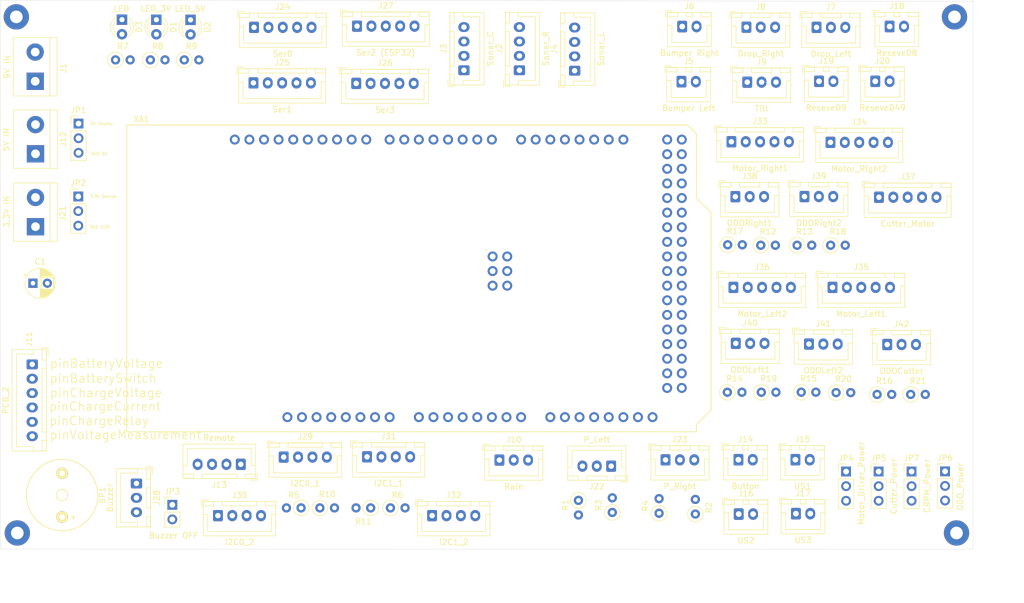
<source format=kicad_pcb>
(kicad_pcb (version 20171130) (host pcbnew "(5.1.9)-1")
  (layers (0 F.Cu signal) (31 B.Cu signal) (34 B.Paste user) (35 F.Paste user) (36 B.SilkS user) (37 F.SilkS user) (38 B.Mask user) (39 F.Mask user) (44 Edge.Cuts user))
  (net 0 "")
  (net 1 SCL1)
  (net 2 SDA1)
  (net 3 GND)
  (net 4 +9V)
  (net 5 pinMotorRightPWM)
  (net 6 pinMotorEnable)
  (net 7 pinMotorRightDir)
  (net 8 pinMotorLeftPWM)
  (net 9 pinMotorLeftDir)
  (net 10 pinMotorMowPWM)
  (net 11 pinMotorMowDir)
  (net 12 pinMotorMowEnable)
  (net 13 pinOdometryRight)
  (net 14 pinOdometryLeft)
  (net 15 pinDropLeft)
  (net 16 pinBumperLeft)
  (net 17 pinBumperRight)
  (net 18 pinDropRight)
  (net 19 pinBuzzer)
  (net 20 pinRemoteSwitch)
  (net 21 pinButton)
  (net 22 pinChargeRelay)
  (net 23 pinUserSwitch3)
  (net 24 pinUserSwitch2)
  (net 25 pinUserSwitch1)
  (net 26 pinRain)
  (net 27 pinSonarLeftEcho)
  (net 28 pinTilt)
  (net 29 pinSonarLeftTrigger)
  (net 30 pinSonarRightEcho)
  (net 31 pinSonarRightTrigger)
  (net 32 pinSonarCenterTrigger)
  (net 33 pinSonarCenterEcho)
  (net 34 pinChargeVoltage)
  (net 35 pinChargeCurrent)
  (net 36 pinVoltageMeasurement)
  (net 37 pinPerimeterLeft)
  (net 38 pinPerimeterRight)
  (net 39 pinBatteryVoltage)
  (net 40 pinRemoteSteer)
  (net 41 pinRemoteMow)
  (net 42 pinLED)
  (net 43 pinRemoteSpeed)
  (net 44 pinBatterySwitch)
  (net 45 SCL0)
  (net 46 SDA0)
  (net 47 "Net-(C1-Pad2)")
  (net 48 TX2)
  (net 49 RX2)
  (net 50 TX1)
  (net 51 RX1)
  (net 52 pinMotorMowRpm)
  (net 53 "Net-(D1-Pad2)")
  (net 54 "Net-(D2-Pad2)")
  (net 55 TX0)
  (net 56 RX0)
  (net 57 +3V3)
  (net 58 +5V)
  (net 59 DUE_3.3V)
  (net 60 DUE_5V)
  (net 61 pinOdometryRight2)
  (net 62 pinOdometryLeft2)
  (net 63 "Net-(D3-Pad2)")
  (net 64 "Net-(J21-Pad2)")
  (net 65 "Net-(JP3-Pad2)")
  (net 66 pinMotorRight2PWM)
  (net 67 pinMotorLeft2PWM)
  (net 68 "Net-(J38-Pad1)")
  (net 69 "Net-(J33-Pad4)")
  (net 70 "Net-(J38-Pad2)")
  (net 71 "Net-(J12-Pad2)")
  (net 72 ReservePinD8)
  (net 73 ReservePinD9)
  (net 74 ReservePinD49)
  (net 75 "Net-(J22-Pad3)")
  (net 76 "Net-(J23-Pad3)")
  (net 77 TX3)
  (net 78 pinMotorRight2Dir)
  (net 79 pinMotorLeft2Dir)
  (net 80 "Net-(J37-Pad4)")
  (net 81 "Net-(J39-Pad1)")
  (net 82 "Net-(J40-Pad1)")
  (net 83 "Net-(J41-Pad1)")
  (net 84 "Net-(J42-Pad2)")
  (net 85 "Net-(J42-Pad1)")
  (module Connector_JST:JST_XH_B4B-XH-A_1x04_P2.50mm_Vertical (layer F.Cu) (at 114.29 125.11)
    (fp_text reference J32 (at 3.75 -3.55) (layer F.SilkS))
    (fp_text value I2C1_2 (at 3.75 4.6) (layer F.SilkS))
    (pad 4 thru_hole oval (at 7.5 0) (size 1.7 1.95) (drill 0.95) (layers *.Cu *.Mask) (net 1 SCL1))
    (pad 3 thru_hole oval (at 5 0) (size 1.7 1.95) (drill 0.95) (layers *.Cu *.Mask) (net 2 SDA1))
    (pad 2 thru_hole oval (at 2.5 0) (size 1.7 1.95) (drill 0.95) (layers *.Cu *.Mask) (net 3 GND))
    (pad 1 thru_hole roundrect (at 0 0) (size 1.7 1.95) (drill 0.95) (layers *.Cu *.Mask) (roundrect_rratio 0.147059) (net 57 +3V3))
  )
  (module Connector_JST:JST_XH_B4B-XH-A_1x04_P2.50mm_Vertical (layer F.Cu) (at 102.97 114.89)
    (fp_text reference J31 (at 3.75 -3.55) (layer F.SilkS))
    (fp_text value I2C1_1 (at 3.75 4.6) (layer F.SilkS))
    (pad 4 thru_hole oval (at 7.5 0) (size 1.7 1.95) (drill 0.95) (layers *.Cu *.Mask) (net 1 SCL1))
    (pad 3 thru_hole oval (at 5 0) (size 1.7 1.95) (drill 0.95) (layers *.Cu *.Mask) (net 2 SDA1))
    (pad 2 thru_hole oval (at 2.5 0) (size 1.7 1.95) (drill 0.95) (layers *.Cu *.Mask) (net 3 GND))
    (pad 1 thru_hole roundrect (at 0 0) (size 1.7 1.95) (drill 0.95) (layers *.Cu *.Mask) (roundrect_rratio 0.147059) (net 57 +3V3))
  )
  (module Connector_JST:JST_XH_B4B-XH-A_1x04_P2.50mm_Vertical (layer F.Cu) (at 77.04 125.11)
    (fp_text reference J30 (at 3.75 -3.55) (layer F.SilkS))
    (fp_text value I2C0_2 (at 3.75 4.6) (layer F.SilkS))
    (pad 4 thru_hole oval (at 7.5 0) (size 1.7 1.95) (drill 0.95) (layers *.Cu *.Mask) (net 45 SCL0))
    (pad 3 thru_hole oval (at 5 0) (size 1.7 1.95) (drill 0.95) (layers *.Cu *.Mask) (net 46 SDA0))
    (pad 2 thru_hole oval (at 2.5 0) (size 1.7 1.95) (drill 0.95) (layers *.Cu *.Mask) (net 3 GND))
    (pad 1 thru_hole roundrect (at 0 0) (size 1.7 1.95) (drill 0.95) (layers *.Cu *.Mask) (roundrect_rratio 0.147059) (net 57 +3V3))
  )
  (module Connector_JST:JST_XH_B4B-XH-A_1x04_P2.50mm_Vertical (layer F.Cu) (at 88.48 114.93)
    (fp_text reference J29 (at 3.75 -3.55) (layer F.SilkS))
    (fp_text value I2C0_1 (at 3.75 4.6) (layer F.SilkS))
    (pad 4 thru_hole oval (at 7.5 0) (size 1.7 1.95) (drill 0.95) (layers *.Cu *.Mask) (net 45 SCL0))
    (pad 3 thru_hole oval (at 5 0) (size 1.7 1.95) (drill 0.95) (layers *.Cu *.Mask) (net 46 SDA0))
    (pad 2 thru_hole oval (at 2.5 0) (size 1.7 1.95) (drill 0.95) (layers *.Cu *.Mask) (net 3 GND))
    (pad 1 thru_hole roundrect (at 0 0) (size 1.7 1.95) (drill 0.95) (layers *.Cu *.Mask) (roundrect_rratio 0.147059) (net 57 +3V3))
  )
  (module Connector_JST:JST_XH_B3B-XH-A_1x03_P2.50mm_Vertical (layer F.Cu) (at 62.88 119.52 270)
    (fp_text reference J28 (at 2.5 -3.55 90) (layer F.SilkS))
    (fp_text value Buzzer (at 2.5 4.6 90) (layer F.SilkS))
    (pad 3 thru_hole oval (at 5 0 270) (size 1.7 1.95) (drill 0.95) (layers *.Cu *.Mask) (net 19 pinBuzzer))
    (pad 2 thru_hole oval (at 2.5 0 270) (size 1.7 1.95) (drill 0.95) (layers *.Cu *.Mask) (net 3 GND))
    (pad 1 thru_hole roundrect (at 0 0 270) (size 1.7 1.95) (drill 0.95) (layers *.Cu *.Mask) (roundrect_rratio 0.147059) (net 57 +3V3))
  )
  (module Connector_JST:JST_XH_B5B-XH-A_1x05_P2.50mm_Vertical (layer F.Cu) (at 101.23 40)
    (fp_text reference J27 (at 5 -3.55) (layer F.SilkS))
    (fp_text value "Ser2 (ESP32)" (at 5 4.6) (layer F.SilkS))
    (pad 5 thru_hole oval (at 10 0) (size 1.7 1.95) (drill 0.95) (layers *.Cu *.Mask) (net 58 +5V))
    (pad 4 thru_hole oval (at 7.5 0) (size 1.7 1.95) (drill 0.95) (layers *.Cu *.Mask) (net 48 TX2))
    (pad 3 thru_hole oval (at 5 0) (size 1.7 1.95) (drill 0.95) (layers *.Cu *.Mask) (net 49 RX2))
    (pad 2 thru_hole oval (at 2.5 0) (size 1.7 1.95) (drill 0.95) (layers *.Cu *.Mask) (net 3 GND))
    (pad 1 thru_hole roundrect (at 0 0) (size 1.7 1.95) (drill 0.95) (layers *.Cu *.Mask) (roundrect_rratio 0.147059) (net 57 +3V3))
  )
  (module Connector_JST:JST_XH_B5B-XH-A_1x05_P2.50mm_Vertical (layer F.Cu) (at 101.09 49.96)
    (fp_text reference J26 (at 5 -3.55) (layer F.SilkS))
    (fp_text value Ser3 (at 5 4.6) (layer F.SilkS))
    (pad 5 thru_hole oval (at 10 0) (size 1.7 1.95) (drill 0.95) (layers *.Cu *.Mask) (net 58 +5V))
    (pad 4 thru_hole oval (at 7.5 0) (size 1.7 1.95) (drill 0.95) (layers *.Cu *.Mask) (net 77 TX3))
    (pad 3 thru_hole oval (at 5 0) (size 1.7 1.95) (drill 0.95) (layers *.Cu *.Mask))
    (pad 2 thru_hole oval (at 2.5 0) (size 1.7 1.95) (drill 0.95) (layers *.Cu *.Mask) (net 3 GND))
    (pad 1 thru_hole roundrect (at 0 0) (size 1.7 1.95) (drill 0.95) (layers *.Cu *.Mask) (roundrect_rratio 0.147059) (net 57 +3V3))
  )
  (module Connector_JST:JST_XH_B5B-XH-A_1x05_P2.50mm_Vertical (layer F.Cu) (at 83.21 49.87)
    (fp_text reference J25 (at 5 -3.55) (layer F.SilkS))
    (fp_text value Ser1 (at 5 4.6) (layer F.SilkS))
    (pad 5 thru_hole oval (at 10 0) (size 1.7 1.95) (drill 0.95) (layers *.Cu *.Mask) (net 58 +5V))
    (pad 4 thru_hole oval (at 7.5 0) (size 1.7 1.95) (drill 0.95) (layers *.Cu *.Mask) (net 50 TX1))
    (pad 3 thru_hole oval (at 5 0) (size 1.7 1.95) (drill 0.95) (layers *.Cu *.Mask) (net 51 RX1))
    (pad 2 thru_hole oval (at 2.5 0) (size 1.7 1.95) (drill 0.95) (layers *.Cu *.Mask) (net 3 GND))
    (pad 1 thru_hole roundrect (at 0 0) (size 1.7 1.95) (drill 0.95) (layers *.Cu *.Mask) (roundrect_rratio 0.147059) (net 57 +3V3))
  )
  (module Connector_JST:JST_XH_B5B-XH-A_1x05_P2.50mm_Vertical (layer F.Cu) (at 83.32 40.21)
    (fp_text reference J24 (at 5 -3.55) (layer F.SilkS))
    (fp_text value Ser0 (at 5 4.6) (layer F.SilkS))
    (pad 5 thru_hole oval (at 10 0) (size 1.7 1.95) (drill 0.95) (layers *.Cu *.Mask) (net 58 +5V))
    (pad 4 thru_hole oval (at 7.5 0) (size 1.7 1.95) (drill 0.95) (layers *.Cu *.Mask) (net 55 TX0))
    (pad 3 thru_hole oval (at 5 0) (size 1.7 1.95) (drill 0.95) (layers *.Cu *.Mask) (net 56 RX0))
    (pad 2 thru_hole oval (at 2.5 0) (size 1.7 1.95) (drill 0.95) (layers *.Cu *.Mask) (net 3 GND))
    (pad 1 thru_hole roundrect (at 0 0) (size 1.7 1.95) (drill 0.95) (layers *.Cu *.Mask) (roundrect_rratio 0.147059) (net 57 +3V3))
  )
  (module Connector_JST:JST_XH_B3B-XH-A_1x03_P2.50mm_Vertical (layer F.Cu) (at 154.87 115.42)
    (fp_text reference J23 (at 2.5 -3.55) (layer F.SilkS))
    (fp_text value P_Right (at 2.5 4.6) (layer F.SilkS))
    (pad 3 thru_hole oval (at 5 0) (size 1.7 1.95) (drill 0.95) (layers *.Cu *.Mask) (net 76 "Net-(J23-Pad3)"))
    (pad 2 thru_hole oval (at 2.5 0) (size 1.7 1.95) (drill 0.95) (layers *.Cu *.Mask) (net 3 GND))
    (pad 1 thru_hole roundrect (at 0 0) (size 1.7 1.95) (drill 0.95) (layers *.Cu *.Mask) (roundrect_rratio 0.147059) (net 58 +5V))
  )
  (module Connector_JST:JST_XH_B3B-XH-A_1x03_P2.50mm_Vertical (layer F.Cu) (at 145.42 116.51 180)
    (fp_text reference J22 (at 2.5 -3.55) (layer F.SilkS))
    (fp_text value P_Left (at 2.5 4.6) (layer F.SilkS))
    (pad 3 thru_hole oval (at 5 0 180) (size 1.7 1.95) (drill 0.95) (layers *.Cu *.Mask) (net 75 "Net-(J22-Pad3)"))
    (pad 2 thru_hole oval (at 2.5 0 180) (size 1.7 1.95) (drill 0.95) (layers *.Cu *.Mask) (net 3 GND))
    (pad 1 thru_hole roundrect (at 0 0 180) (size 1.7 1.95) (drill 0.95) (layers *.Cu *.Mask) (roundrect_rratio 0.147059) (net 58 +5V))
  )
  (module Connector_JST:JST_XH_B2B-XH-A_1x02_P2.50mm_Vertical (layer F.Cu) (at 191.34 49.59)
    (fp_text reference J20 (at 1.25 -3.55) (layer F.SilkS))
    (fp_text value ReseveD49 (at 1.25 4.6) (layer F.SilkS))
    (pad 2 thru_hole oval (at 2.5 0) (size 1.7 2) (drill 1) (layers *.Cu *.Mask) (net 74 ReservePinD49))
    (pad 1 thru_hole roundrect (at 0 0) (size 1.7 2) (drill 1) (layers *.Cu *.Mask) (roundrect_rratio 0.147059) (net 3 GND))
  )
  (module Connector_JST:JST_XH_B2B-XH-A_1x02_P2.50mm_Vertical (layer F.Cu) (at 181.56 49.59)
    (fp_text reference J19 (at 1.25 -3.55) (layer F.SilkS))
    (fp_text value ReseveD9 (at 1.25 4.6) (layer F.SilkS))
    (pad 2 thru_hole oval (at 2.5 0) (size 1.7 2) (drill 1) (layers *.Cu *.Mask) (net 73 ReservePinD9))
    (pad 1 thru_hole roundrect (at 0 0) (size 1.7 2) (drill 1) (layers *.Cu *.Mask) (roundrect_rratio 0.147059) (net 3 GND))
  )
  (module Connector_JST:JST_XH_B2B-XH-A_1x02_P2.50mm_Vertical (layer F.Cu) (at 193.84 40.06)
    (fp_text reference J18 (at 1.25 -3.55) (layer F.SilkS))
    (fp_text value ReseveD8 (at 1.25 4.6) (layer F.SilkS))
    (pad 2 thru_hole oval (at 2.5 0) (size 1.7 2) (drill 1) (layers *.Cu *.Mask) (net 72 ReservePinD8))
    (pad 1 thru_hole roundrect (at 0 0) (size 1.7 2) (drill 1) (layers *.Cu *.Mask) (roundrect_rratio 0.147059) (net 3 GND))
  )
  (module Connector_JST:JST_XH_B2B-XH-A_1x02_P2.50mm_Vertical (layer F.Cu) (at 177.54 124.77)
    (fp_text reference J17 (at 1.25 -3.55) (layer F.SilkS))
    (fp_text value US3 (at 1.25 4.6) (layer F.SilkS))
    (pad 2 thru_hole oval (at 2.5 0) (size 1.7 2) (drill 1) (layers *.Cu *.Mask) (net 23 pinUserSwitch3))
    (pad 1 thru_hole roundrect (at 0 0) (size 1.7 2) (drill 1) (layers *.Cu *.Mask) (roundrect_rratio 0.147059) (net 3 GND))
  )
  (module Connector_JST:JST_XH_B2B-XH-A_1x02_P2.50mm_Vertical (layer F.Cu) (at 167.6 124.84)
    (fp_text reference J16 (at 1.25 -3.55) (layer F.SilkS))
    (fp_text value US2 (at 1.25 4.6) (layer F.SilkS))
    (pad 2 thru_hole oval (at 2.5 0) (size 1.7 2) (drill 1) (layers *.Cu *.Mask) (net 24 pinUserSwitch2))
    (pad 1 thru_hole roundrect (at 0 0) (size 1.7 2) (drill 1) (layers *.Cu *.Mask) (roundrect_rratio 0.147059) (net 3 GND))
  )
  (module Connector_JST:JST_XH_B2B-XH-A_1x02_P2.50mm_Vertical (layer F.Cu) (at 177.45 115.39)
    (fp_text reference J15 (at 1.25 -3.55) (layer F.SilkS))
    (fp_text value US1 (at 1.25 4.6) (layer F.SilkS))
    (pad 2 thru_hole oval (at 2.5 0) (size 1.7 2) (drill 1) (layers *.Cu *.Mask) (net 25 pinUserSwitch1))
    (pad 1 thru_hole roundrect (at 0 0) (size 1.7 2) (drill 1) (layers *.Cu *.Mask) (roundrect_rratio 0.147059) (net 3 GND))
  )
  (module Connector_JST:JST_XH_B2B-XH-A_1x02_P2.50mm_Vertical (layer F.Cu) (at 167.54 115.39)
    (fp_text reference J14 (at 1.25 -3.55) (layer F.SilkS))
    (fp_text value Button (at 1.25 4.6) (layer F.SilkS))
    (pad 2 thru_hole oval (at 2.5 0) (size 1.7 2) (drill 1) (layers *.Cu *.Mask) (net 21 pinButton))
    (pad 1 thru_hole roundrect (at 0 0) (size 1.7 2) (drill 1) (layers *.Cu *.Mask) (roundrect_rratio 0.147059) (net 3 GND))
  )
  (module Connector_JST:JST_XH_B4B-XH-A_1x04_P2.50mm_Vertical (layer F.Cu) (at 81.02 116.19 180)
    (fp_text reference J13 (at 3.75 -3.55) (layer F.SilkS))
    (fp_text value Remote (at 3.75 4.6) (layer F.SilkS))
    (pad 4 thru_hole oval (at 7.5 0 180) (size 1.7 1.95) (drill 0.95) (layers *.Cu *.Mask) (net 20 pinRemoteSwitch))
    (pad 3 thru_hole oval (at 5 0 180) (size 1.7 1.95) (drill 0.95) (layers *.Cu *.Mask) (net 41 pinRemoteMow))
    (pad 2 thru_hole oval (at 2.5 0 180) (size 1.7 1.95) (drill 0.95) (layers *.Cu *.Mask) (net 40 pinRemoteSteer))
    (pad 1 thru_hole roundrect (at 0 0 180) (size 1.7 1.95) (drill 0.95) (layers *.Cu *.Mask) (roundrect_rratio 0.147059) (net 43 pinRemoteSpeed))
  )
  (module Connector_JST:JST_XH_B6B-XH-A_1x06_P2.50mm_Vertical (layer F.Cu) (at 44.75 98.81 270)
    (fp_text reference J11 (at -4.38 0.56 90) (layer F.SilkS))
    (fp_text value PCB_2 (at 6.25 4.62 90) (layer F.SilkS))
    (pad 6 thru_hole oval (at 12.5 0 270) (size 1.7 1.95) (drill 0.95) (layers *.Cu *.Mask) (net 36 pinVoltageMeasurement))
    (pad 5 thru_hole oval (at 10 0 270) (size 1.7 1.95) (drill 0.95) (layers *.Cu *.Mask) (net 22 pinChargeRelay))
    (pad 4 thru_hole oval (at 7.5 0 270) (size 1.7 1.95) (drill 0.95) (layers *.Cu *.Mask) (net 35 pinChargeCurrent))
    (pad 3 thru_hole oval (at 5 0 270) (size 1.7 1.95) (drill 0.95) (layers *.Cu *.Mask) (net 34 pinChargeVoltage))
    (pad 2 thru_hole oval (at 2.5 0 270) (size 1.7 1.95) (drill 0.95) (layers *.Cu *.Mask) (net 44 pinBatterySwitch))
    (pad 1 thru_hole roundrect (at 0 0 270) (size 1.7 1.95) (drill 0.95) (layers *.Cu *.Mask) (roundrect_rratio 0.147059) (net 39 pinBatteryVoltage))
  )
  (module Connector_JST:JST_XH_B3B-XH-A_1x03_P2.50mm_Vertical (layer F.Cu) (at 125.98 115.45)
    (fp_text reference J10 (at 2.5 -3.55) (layer F.SilkS))
    (fp_text value Rain (at 2.5 4.6) (layer F.SilkS))
    (pad 3 thru_hole oval (at 5 0) (size 1.7 1.95) (drill 0.95) (layers *.Cu *.Mask) (net 26 pinRain))
    (pad 2 thru_hole oval (at 2.5 0) (size 1.7 1.95) (drill 0.95) (layers *.Cu *.Mask) (net 3 GND))
    (pad 1 thru_hole roundrect (at 0 0) (size 1.7 1.95) (drill 0.95) (layers *.Cu *.Mask) (roundrect_rratio 0.147059) (net 57 +3V3))
  )
  (module Connector_JST:JST_XH_B3B-XH-A_1x03_P2.50mm_Vertical (layer F.Cu) (at 169.08 49.74)
    (fp_text reference J9 (at 2.5 -3.55) (layer F.SilkS))
    (fp_text value Tilt (at 2.5 4.6) (layer F.SilkS))
    (pad 3 thru_hole oval (at 5 0) (size 1.7 1.95) (drill 0.95) (layers *.Cu *.Mask) (net 28 pinTilt))
    (pad 2 thru_hole oval (at 2.5 0) (size 1.7 1.95) (drill 0.95) (layers *.Cu *.Mask) (net 3 GND))
    (pad 1 thru_hole roundrect (at 0 0) (size 1.7 1.95) (drill 0.95) (layers *.Cu *.Mask) (roundrect_rratio 0.147059) (net 57 +3V3))
  )
  (module Connector_JST:JST_XH_B3B-XH-A_1x03_P2.50mm_Vertical (layer F.Cu) (at 168.93 40.18)
    (fp_text reference J8 (at 2.5 -3.55) (layer F.SilkS))
    (fp_text value Drop_Right (at 2.5 4.6) (layer F.SilkS))
    (pad 3 thru_hole oval (at 5 0) (size 1.7 1.95) (drill 0.95) (layers *.Cu *.Mask) (net 18 pinDropRight))
    (pad 2 thru_hole oval (at 2.5 0) (size 1.7 1.95) (drill 0.95) (layers *.Cu *.Mask) (net 3 GND))
    (pad 1 thru_hole roundrect (at 0 0) (size 1.7 1.95) (drill 0.95) (layers *.Cu *.Mask) (roundrect_rratio 0.147059) (net 57 +3V3))
  )
  (module Connector_JST:JST_XH_B3B-XH-A_1x03_P2.50mm_Vertical (layer F.Cu) (at 181.13 40.21)
    (fp_text reference J7 (at 2.5 -3.55) (layer F.SilkS))
    (fp_text value Drop_Left (at 2.5 4.6) (layer F.SilkS))
    (pad 3 thru_hole oval (at 5 0) (size 1.7 1.95) (drill 0.95) (layers *.Cu *.Mask) (net 15 pinDropLeft))
    (pad 2 thru_hole oval (at 2.5 0) (size 1.7 1.95) (drill 0.95) (layers *.Cu *.Mask) (net 3 GND))
    (pad 1 thru_hole roundrect (at 0 0) (size 1.7 1.95) (drill 0.95) (layers *.Cu *.Mask) (roundrect_rratio 0.147059) (net 57 +3V3))
  )
  (module Connector_JST:JST_XH_B2B-XH-A_1x02_P2.50mm_Vertical (layer F.Cu) (at 157.77 40.07)
    (fp_text reference J6 (at 1.25 -3.55) (layer F.SilkS))
    (fp_text value "Bumper Right" (at 1.25 4.6) (layer F.SilkS))
    (pad 2 thru_hole oval (at 2.5 0) (size 1.7 2) (drill 1) (layers *.Cu *.Mask) (net 17 pinBumperRight))
    (pad 1 thru_hole roundrect (at 0 0) (size 1.7 2) (drill 1) (layers *.Cu *.Mask) (roundrect_rratio 0.147059) (net 3 GND))
  )
  (module Connector_JST:JST_XH_B2B-XH-A_1x02_P2.50mm_Vertical (layer F.Cu) (at 157.64 49.65)
    (fp_text reference J5 (at 1.25 -3.55) (layer F.SilkS))
    (fp_text value "Bumper Left" (at 1.25 4.6) (layer F.SilkS))
    (pad 2 thru_hole oval (at 2.5 0) (size 1.7 2) (drill 1) (layers *.Cu *.Mask) (net 16 pinBumperLeft))
    (pad 1 thru_hole roundrect (at 0 0) (size 1.7 2) (drill 1) (layers *.Cu *.Mask) (roundrect_rratio 0.147059) (net 3 GND))
  )
  (module Connector_JST:JST_XH_B4B-XH-A_1x04_P2.50mm_Vertical (layer F.Cu) (at 139.07 47.75 90)
    (fp_text reference J4 (at 3.75 -3.55 90) (layer F.SilkS))
    (fp_text value Sonar_L (at 3.75 4.6 90) (layer F.SilkS))
    (pad 4 thru_hole oval (at 7.5 0 90) (size 1.7 1.95) (drill 0.95) (layers *.Cu *.Mask) (net 29 pinSonarLeftTrigger))
    (pad 3 thru_hole oval (at 5 0 90) (size 1.7 1.95) (drill 0.95) (layers *.Cu *.Mask) (net 27 pinSonarLeftEcho))
    (pad 2 thru_hole oval (at 2.5 0 90) (size 1.7 1.95) (drill 0.95) (layers *.Cu *.Mask) (net 3 GND))
    (pad 1 thru_hole roundrect (at 0 0 90) (size 1.7 1.95) (drill 0.95) (layers *.Cu *.Mask) (roundrect_rratio 0.147059) (net 57 +3V3))
  )
  (module Connector_JST:JST_XH_B4B-XH-A_1x04_P2.50mm_Vertical (layer F.Cu) (at 119.82 47.67 90)
    (fp_text reference J3 (at 3.75 -3.55 90) (layer F.SilkS))
    (fp_text value Sonar_C (at 3.75 4.6 90) (layer F.SilkS))
    (pad 4 thru_hole oval (at 7.5 0 90) (size 1.7 1.95) (drill 0.95) (layers *.Cu *.Mask) (net 32 pinSonarCenterTrigger))
    (pad 3 thru_hole oval (at 5 0 90) (size 1.7 1.95) (drill 0.95) (layers *.Cu *.Mask) (net 33 pinSonarCenterEcho))
    (pad 2 thru_hole oval (at 2.5 0 90) (size 1.7 1.95) (drill 0.95) (layers *.Cu *.Mask) (net 3 GND))
    (pad 1 thru_hole roundrect (at 0 0 90) (size 1.7 1.95) (drill 0.95) (layers *.Cu *.Mask) (roundrect_rratio 0.147059) (net 57 +3V3))
  )
  (module Connector_JST:JST_XH_B4B-XH-A_1x04_P2.50mm_Vertical (layer F.Cu) (at 129.47 47.67 90)
    (fp_text reference J2 (at 3.75 -3.55 90) (layer F.SilkS))
    (fp_text value Sonar_R (at 3.75 4.6 90) (layer F.SilkS))
    (pad 4 thru_hole oval (at 7.5 0 90) (size 1.7 1.95) (drill 0.95) (layers *.Cu *.Mask) (net 31 pinSonarRightTrigger))
    (pad 3 thru_hole oval (at 5 0 90) (size 1.7 1.95) (drill 0.95) (layers *.Cu *.Mask) (net 30 pinSonarRightEcho))
    (pad 2 thru_hole oval (at 2.5 0 90) (size 1.7 1.95) (drill 0.95) (layers *.Cu *.Mask) (net 3 GND))
    (pad 1 thru_hole roundrect (at 0 0 90) (size 1.7 1.95) (drill 0.95) (layers *.Cu *.Mask) (roundrect_rratio 0.147059) (net 57 +3V3))
  )
  (module Connector_JST:JST_XH_B3B-XH-A_1x03_P2.50mm_Vertical (layer F.Cu) (at 193.42 95.36)
    (fp_text reference J42 (at 2.5 -3.55) (layer F.SilkS))
    (fp_text value ODOCutter (at 2.5 4.6) (layer F.SilkS))
    (pad 3 thru_hole oval (at 5 0) (size 1.7 1.95) (drill 0.95) (layers *.Cu *.Mask) (net 3 GND))
    (pad 2 thru_hole oval (at 2.5 0) (size 1.7 1.95) (drill 0.95) (layers *.Cu *.Mask) (net 84 "Net-(J42-Pad2)"))
    (pad 1 thru_hole roundrect (at 0 0) (size 1.7 1.95) (drill 0.95) (layers *.Cu *.Mask) (roundrect_rratio 0.147059) (net 85 "Net-(J42-Pad1)"))
  )
  (module Connector_JST:JST_XH_B3B-XH-A_1x03_P2.50mm_Vertical (layer F.Cu) (at 179.81 95.28)
    (fp_text reference J41 (at 2.5 -3.55) (layer F.SilkS))
    (fp_text value ODOLeft2 (at 2.5 4.6) (layer F.SilkS))
    (pad 3 thru_hole oval (at 5 0) (size 1.7 1.95) (drill 0.95) (layers *.Cu *.Mask) (net 3 GND))
    (pad 2 thru_hole oval (at 2.5 0) (size 1.7 1.95) (drill 0.95) (layers *.Cu *.Mask) (net 70 "Net-(J38-Pad2)"))
    (pad 1 thru_hole roundrect (at 0 0) (size 1.7 1.95) (drill 0.95) (layers *.Cu *.Mask) (roundrect_rratio 0.147059) (net 83 "Net-(J41-Pad1)"))
  )
  (module Connector_JST:JST_XH_B3B-XH-A_1x03_P2.50mm_Vertical (layer F.Cu) (at 167.09 95.16)
    (fp_text reference J40 (at 2.5 -3.55) (layer F.SilkS))
    (fp_text value ODOLeft1 (at 2.5 4.6) (layer F.SilkS))
    (pad 3 thru_hole oval (at 5 0) (size 1.7 1.95) (drill 0.95) (layers *.Cu *.Mask) (net 3 GND))
    (pad 2 thru_hole oval (at 2.5 0) (size 1.7 1.95) (drill 0.95) (layers *.Cu *.Mask) (net 70 "Net-(J38-Pad2)"))
    (pad 1 thru_hole roundrect (at 0 0) (size 1.7 1.95) (drill 0.95) (layers *.Cu *.Mask) (roundrect_rratio 0.147059) (net 82 "Net-(J40-Pad1)"))
  )
  (module Connector_JST:JST_XH_B3B-XH-A_1x03_P2.50mm_Vertical (layer F.Cu) (at 179.03 69.63)
    (fp_text reference J39 (at 2.5 -3.55) (layer F.SilkS))
    (fp_text value ODORight2 (at 2.5 4.6) (layer F.SilkS))
    (pad 3 thru_hole oval (at 5 0) (size 1.7 1.95) (drill 0.95) (layers *.Cu *.Mask) (net 3 GND))
    (pad 2 thru_hole oval (at 2.5 0) (size 1.7 1.95) (drill 0.95) (layers *.Cu *.Mask) (net 70 "Net-(J38-Pad2)"))
    (pad 1 thru_hole roundrect (at 0 0) (size 1.7 1.95) (drill 0.95) (layers *.Cu *.Mask) (roundrect_rratio 0.147059) (net 81 "Net-(J39-Pad1)"))
  )
  (module Connector_JST:JST_XH_B5B-XH-A_1x05_P2.50mm_Vertical (layer F.Cu) (at 191.98 69.75)
    (fp_text reference J37 (at 5 -3.55) (layer F.SilkS))
    (fp_text value Cutter_Motor (at 5 4.6) (layer F.SilkS))
    (pad 5 thru_hole oval (at 10 0) (size 1.7 1.95) (drill 0.95) (layers *.Cu *.Mask) (net 3 GND))
    (pad 4 thru_hole oval (at 7.5 0) (size 1.7 1.95) (drill 0.95) (layers *.Cu *.Mask) (net 80 "Net-(J37-Pad4)"))
    (pad 3 thru_hole oval (at 5 0) (size 1.7 1.95) (drill 0.95) (layers *.Cu *.Mask) (net 12 pinMotorMowEnable))
    (pad 2 thru_hole oval (at 2.5 0) (size 1.7 1.95) (drill 0.95) (layers *.Cu *.Mask) (net 11 pinMotorMowDir))
    (pad 1 thru_hole roundrect (at 0 0) (size 1.7 1.95) (drill 0.95) (layers *.Cu *.Mask) (roundrect_rratio 0.147059) (net 10 pinMotorMowPWM))
  )
  (module Connector_JST:JST_XH_B5B-XH-A_1x05_P2.50mm_Vertical (layer F.Cu) (at 166.67 85.43)
    (fp_text reference J36 (at 5 -3.55) (layer F.SilkS))
    (fp_text value Motor_Left2 (at 5 4.6) (layer F.SilkS))
    (pad 5 thru_hole oval (at 10 0) (size 1.7 1.95) (drill 0.95) (layers *.Cu *.Mask) (net 3 GND))
    (pad 4 thru_hole oval (at 7.5 0) (size 1.7 1.95) (drill 0.95) (layers *.Cu *.Mask) (net 69 "Net-(J33-Pad4)"))
    (pad 3 thru_hole oval (at 5 0) (size 1.7 1.95) (drill 0.95) (layers *.Cu *.Mask) (net 6 pinMotorEnable))
    (pad 2 thru_hole oval (at 2.5 0) (size 1.7 1.95) (drill 0.95) (layers *.Cu *.Mask) (net 79 pinMotorLeft2Dir))
    (pad 1 thru_hole roundrect (at 0 0) (size 1.7 1.95) (drill 0.95) (layers *.Cu *.Mask) (roundrect_rratio 0.147059) (net 67 pinMotorLeft2PWM))
  )
  (module Connector_JST:JST_XH_B5B-XH-A_1x05_P2.50mm_Vertical (layer F.Cu) (at 183.91 85.43)
    (fp_text reference J35 (at 5 -3.55) (layer F.SilkS))
    (fp_text value Motor_Left1 (at 5 4.6) (layer F.SilkS))
    (pad 5 thru_hole oval (at 10 0) (size 1.7 1.95) (drill 0.95) (layers *.Cu *.Mask) (net 3 GND))
    (pad 4 thru_hole oval (at 7.5 0) (size 1.7 1.95) (drill 0.95) (layers *.Cu *.Mask) (net 69 "Net-(J33-Pad4)"))
    (pad 3 thru_hole oval (at 5 0) (size 1.7 1.95) (drill 0.95) (layers *.Cu *.Mask) (net 6 pinMotorEnable))
    (pad 2 thru_hole oval (at 2.5 0) (size 1.7 1.95) (drill 0.95) (layers *.Cu *.Mask) (net 9 pinMotorLeftDir))
    (pad 1 thru_hole roundrect (at 0 0) (size 1.7 1.95) (drill 0.95) (layers *.Cu *.Mask) (roundrect_rratio 0.147059) (net 8 pinMotorLeftPWM))
  )
  (module Connector_JST:JST_XH_B5B-XH-A_1x05_P2.50mm_Vertical (layer F.Cu) (at 183.55 60.21)
    (fp_text reference J34 (at 5 -3.55) (layer F.SilkS))
    (fp_text value Motor_Right2 (at 5 4.6) (layer F.SilkS))
    (pad 5 thru_hole oval (at 10 0) (size 1.7 1.95) (drill 0.95) (layers *.Cu *.Mask) (net 3 GND))
    (pad 4 thru_hole oval (at 7.5 0) (size 1.7 1.95) (drill 0.95) (layers *.Cu *.Mask) (net 69 "Net-(J33-Pad4)"))
    (pad 3 thru_hole oval (at 5 0) (size 1.7 1.95) (drill 0.95) (layers *.Cu *.Mask) (net 6 pinMotorEnable))
    (pad 2 thru_hole oval (at 2.5 0) (size 1.7 1.95) (drill 0.95) (layers *.Cu *.Mask) (net 78 pinMotorRight2Dir))
    (pad 1 thru_hole roundrect (at 0 0) (size 1.7 1.95) (drill 0.95) (layers *.Cu *.Mask) (roundrect_rratio 0.147059) (net 66 pinMotorRight2PWM))
  )
  (module TerminalBlock:TerminalBlock_bornier-2_P5.08mm (layer F.Cu) (at 45.32 62.2 90)
    (fp_text reference J12 (at 2.55 4.8 90) (layer F.SilkS))
    (fp_text value "5V IN" (at 2.47 -5.06 90) (layer F.SilkS))
    (pad 2 thru_hole circle (at 5.08 0 90) (size 3 3) (drill 1.52) (layers *.Cu *.Mask) (net 71 "Net-(J12-Pad2)"))
    (pad 1 thru_hole rect (at 0 0 90) (size 3 3) (drill 1.52) (layers *.Cu *.Mask) (net 3 GND))
  )
  (module TerminalBlock:TerminalBlock_bornier-2_P5.08mm (layer F.Cu) (at 45.27 49.59 90)
    (fp_text reference J1 (at 2.27 4.91 90) (layer F.SilkS))
    (fp_text value "9V IN" (at 2.48 -4.9 90) (layer F.SilkS))
    (pad 2 thru_hole circle (at 5.08 0 90) (size 3 3) (drill 1.52) (layers *.Cu *.Mask) (net 4 +9V))
    (pad 1 thru_hole rect (at 0 0 90) (size 3 3) (drill 1.52) (layers *.Cu *.Mask) (net 3 GND))
  )
  (module Resistor_THT:R_Axial_DIN0207_L6.3mm_D2.5mm_P2.54mm_Vertical (layer F.Cu) (at 177.75 78.1)
    (fp_text reference R13 (at 1.27 -2.37) (layer F.SilkS))
    (fp_text value 1KO)
    (pad 2 thru_hole oval (at 2.54 0) (size 1.6 1.6) (drill 0.8) (layers *.Cu *.Mask) (net 81 "Net-(J39-Pad1)"))
    (pad 1 thru_hole circle (at 0 0) (size 1.6 1.6) (drill 0.8) (layers *.Cu *.Mask) (net 61 pinOdometryRight2))
  )
  (module Resistor_THT:R_Axial_DIN0207_L6.3mm_D2.5mm_P2.54mm_Vertical (layer F.Cu) (at 71.19 45.87)
    (fp_text reference R9 (at 1.27 -2.37) (layer F.SilkS))
    (fp_text value 220)
    (pad 2 thru_hole oval (at 2.54 0) (size 1.6 1.6) (drill 0.8) (layers *.Cu *.Mask) (net 58 +5V))
    (pad 1 thru_hole circle (at 0 0) (size 1.6 1.6) (drill 0.8) (layers *.Cu *.Mask) (net 54 "Net-(D2-Pad2)"))
  )
  (module Resistor_THT:R_Axial_DIN0207_L6.3mm_D2.5mm_P2.54mm_Vertical (layer F.Cu) (at 65.3 45.87)
    (fp_text reference R8 (at 1.27 -2.37) (layer F.SilkS))
    (fp_text value 100)
    (pad 2 thru_hole oval (at 2.54 0) (size 1.6 1.6) (drill 0.8) (layers *.Cu *.Mask) (net 57 +3V3))
    (pad 1 thru_hole circle (at 0 0) (size 1.6 1.6) (drill 0.8) (layers *.Cu *.Mask) (net 53 "Net-(D1-Pad2)"))
  )
  (module Connector_JST:JST_XH_B3B-XH-A_1x03_P2.50mm_Vertical (layer F.Cu) (at 167.01 69.65)
    (fp_text reference J38 (at 2.5 -3.55) (layer F.SilkS))
    (fp_text value ODORight1 (at 2.5 4.6) (layer F.SilkS))
    (pad 3 thru_hole oval (at 5 0) (size 1.7 1.95) (drill 0.95) (layers *.Cu *.Mask) (net 3 GND))
    (pad 2 thru_hole oval (at 2.5 0) (size 1.7 1.95) (drill 0.95) (layers *.Cu *.Mask) (net 70 "Net-(J38-Pad2)"))
    (pad 1 thru_hole roundrect (at 0 0) (size 1.7 1.95) (drill 0.95) (layers *.Cu *.Mask) (roundrect_rratio 0.147059) (net 68 "Net-(J38-Pad1)"))
  )
  (module Resistor_THT:R_Axial_DIN0207_L6.3mm_D2.5mm_P2.54mm_Vertical (layer F.Cu) (at 197.5 104.04)
    (fp_text reference R21 (at 1.27 -2.37) (layer F.SilkS))
    (fp_text value 1.5KO)
    (pad 2 thru_hole oval (at 2.54 0) (size 1.6 1.6) (drill 0.8) (layers *.Cu *.Mask) (net 3 GND))
    (pad 1 thru_hole circle (at 0 0) (size 1.6 1.6) (drill 0.8) (layers *.Cu *.Mask) (net 85 "Net-(J42-Pad1)"))
  )
  (module Resistor_THT:R_Axial_DIN0207_L6.3mm_D2.5mm_P2.54mm_Vertical (layer F.Cu) (at 184.53 103.72)
    (fp_text reference R20 (at 1.27 -2.37) (layer F.SilkS))
    (fp_text value 1.5KO)
    (pad 2 thru_hole oval (at 2.54 0) (size 1.6 1.6) (drill 0.8) (layers *.Cu *.Mask) (net 3 GND))
    (pad 1 thru_hole circle (at 0 0) (size 1.6 1.6) (drill 0.8) (layers *.Cu *.Mask) (net 83 "Net-(J41-Pad1)"))
  )
  (module Resistor_THT:R_Axial_DIN0207_L6.3mm_D2.5mm_P2.54mm_Vertical (layer F.Cu) (at 171.53 103.66)
    (fp_text reference R19 (at 1.27 -2.37) (layer F.SilkS))
    (fp_text value 1.5KO)
    (pad 2 thru_hole oval (at 2.54 0) (size 1.6 1.6) (drill 0.8) (layers *.Cu *.Mask) (net 3 GND))
    (pad 1 thru_hole circle (at 0 0) (size 1.6 1.6) (drill 0.8) (layers *.Cu *.Mask) (net 82 "Net-(J40-Pad1)"))
  )
  (module Connector_PinHeader_2.54mm:PinHeader_1x03_P2.54mm_Vertical (layer F.Cu) (at 197.66 117.45)
    (fp_text reference JP7 (at 0 -2.33) (layer F.SilkS))
    (fp_text value CRPM_Power (at 2.69 2.51 90) (layer F.SilkS))
    (pad 3 thru_hole oval (at 0 5.08) (size 1.7 1.7) (drill 1) (layers *.Cu *.Mask) (net 58 +5V))
    (pad 2 thru_hole oval (at 0 2.54) (size 1.7 1.7) (drill 1) (layers *.Cu *.Mask) (net 84 "Net-(J42-Pad2)"))
    (pad 1 thru_hole rect (at 0 0) (size 1.7 1.7) (drill 1) (layers *.Cu *.Mask) (net 57 +3V3))
  )
  (module Connector_PinHeader_2.54mm:PinHeader_1x03_P2.54mm_Vertical (layer F.Cu) (at 203.48 117.41)
    (fp_text reference JP6 (at 0 -2.33) (layer F.SilkS))
    (fp_text value ODO_Power (at 2.63 2.69 90) (layer F.SilkS))
    (pad 3 thru_hole oval (at 0 5.08) (size 1.7 1.7) (drill 1) (layers *.Cu *.Mask) (net 58 +5V))
    (pad 2 thru_hole oval (at 0 2.54) (size 1.7 1.7) (drill 1) (layers *.Cu *.Mask) (net 70 "Net-(J38-Pad2)"))
    (pad 1 thru_hole rect (at 0 0) (size 1.7 1.7) (drill 1) (layers *.Cu *.Mask) (net 57 +3V3))
  )
  (module Connector_PinHeader_2.54mm:PinHeader_1x03_P2.54mm_Vertical (layer F.Cu) (at 191.93 117.45)
    (fp_text reference JP5 (at 0 -2.33) (layer F.SilkS))
    (fp_text value Cutter_Power (at 2.62 2.57 90) (layer F.SilkS))
    (pad 3 thru_hole oval (at 0 5.08) (size 1.7 1.7) (drill 1) (layers *.Cu *.Mask) (net 58 +5V))
    (pad 2 thru_hole oval (at 0 2.54) (size 1.7 1.7) (drill 1) (layers *.Cu *.Mask) (net 80 "Net-(J37-Pad4)"))
    (pad 1 thru_hole rect (at 0 0) (size 1.7 1.7) (drill 1) (layers *.Cu *.Mask) (net 57 +3V3))
  )
  (module Connector_PinHeader_2.54mm:PinHeader_1x03_P2.54mm_Vertical (layer F.Cu) (at 186.27 117.45)
    (fp_text reference JP4 (at 0 -2.33) (layer F.SilkS))
    (fp_text value Motor_Driver_Power (at 2.65 2.06 90) (layer F.SilkS))
    (pad 3 thru_hole oval (at 0 5.08) (size 1.7 1.7) (drill 1) (layers *.Cu *.Mask) (net 58 +5V))
    (pad 2 thru_hole oval (at 0 2.54) (size 1.7 1.7) (drill 1) (layers *.Cu *.Mask) (net 69 "Net-(J33-Pad4)"))
    (pad 1 thru_hole rect (at 0 0) (size 1.7 1.7) (drill 1) (layers *.Cu *.Mask) (net 57 +3V3))
  )
  (module Connector_JST:JST_XH_B5B-XH-A_1x05_P2.50mm_Vertical (layer F.Cu) (at 166.32 60.1)
    (fp_text reference J33 (at 5 -3.55) (layer F.SilkS))
    (fp_text value Motor_Right1 (at 5 4.6) (layer F.SilkS))
    (pad 5 thru_hole oval (at 10 0) (size 1.7 1.95) (drill 0.95) (layers *.Cu *.Mask) (net 3 GND))
    (pad 4 thru_hole oval (at 7.5 0) (size 1.7 1.95) (drill 0.95) (layers *.Cu *.Mask) (net 69 "Net-(J33-Pad4)"))
    (pad 3 thru_hole oval (at 5 0) (size 1.7 1.95) (drill 0.95) (layers *.Cu *.Mask) (net 6 pinMotorEnable))
    (pad 2 thru_hole oval (at 2.5 0) (size 1.7 1.95) (drill 0.95) (layers *.Cu *.Mask) (net 7 pinMotorRightDir))
    (pad 1 thru_hole roundrect (at 0 0) (size 1.7 1.95) (drill 0.95) (layers *.Cu *.Mask) (roundrect_rratio 0.147059) (net 5 pinMotorRightPWM))
  )
  (module TerminalBlock:TerminalBlock_bornier-2_P5.08mm (layer F.Cu) (at 45.32 74.87 90)
    (fp_text reference J21 (at 2.33 4.74 90) (layer F.SilkS))
    (fp_text value "3.3V IN" (at 2.59 -5.01 90) (layer F.SilkS))
    (pad 2 thru_hole circle (at 5.08 0 90) (size 3 3) (drill 1.52) (layers *.Cu *.Mask) (net 64 "Net-(J21-Pad2)"))
    (pad 1 thru_hole rect (at 0 0 90) (size 3 3) (drill 1.52) (layers *.Cu *.Mask) (net 3 GND))
  )
  (module Connector_PinHeader_2.54mm:PinHeader_1x02_P2.54mm_Vertical (layer F.Cu) (at 69.11 123.23)
    (fp_text reference JP3 (at 0 -2.33) (layer F.SilkS))
    (fp_text value "Buzzer OFF" (at 0.23 5.32) (layer F.SilkS))
    (pad 2 thru_hole oval (at 0 2.54) (size 1.7 1.7) (drill 1) (layers *.Cu *.Mask) (net 65 "Net-(JP3-Pad2)"))
    (pad 1 thru_hole rect (at 0 0) (size 1.7 1.7) (drill 1) (layers *.Cu *.Mask) (net 19 pinBuzzer))
  )
  (module Connector_PinHeader_2.54mm:PinHeader_1x03_P2.54mm_Vertical (layer F.Cu) (at 52.76 69.62)
    (fp_text reference JP2 (at 0 -2.33) (layer F.SilkS))
    (fp_text value Jumper_3.3V)
    (pad 3 thru_hole oval (at 0 5.08) (size 1.7 1.7) (drill 1) (layers *.Cu *.Mask) (net 59 DUE_3.3V))
    (pad 2 thru_hole oval (at 0 2.54) (size 1.7 1.7) (drill 1) (layers *.Cu *.Mask) (net 57 +3V3))
    (pad 1 thru_hole rect (at 0 0) (size 1.7 1.7) (drill 1) (layers *.Cu *.Mask) (net 64 "Net-(J21-Pad2)"))
  )
  (module Connector_PinHeader_2.54mm:PinHeader_1x03_P2.54mm_Vertical (layer F.Cu) (at 52.81 56.95)
    (fp_text reference JP1 (at 0 -2.33) (layer F.SilkS))
    (fp_text value Jumper_5V)
    (pad 3 thru_hole oval (at 0 5.08) (size 1.7 1.7) (drill 1) (layers *.Cu *.Mask) (net 60 DUE_5V))
    (pad 2 thru_hole oval (at 0 2.54) (size 1.7 1.7) (drill 1) (layers *.Cu *.Mask) (net 58 +5V))
    (pad 1 thru_hole rect (at 0 0) (size 1.7 1.7) (drill 1) (layers *.Cu *.Mask) (net 71 "Net-(J12-Pad2)"))
  )
  (module Resistor_THT:R_Axial_DIN0207_L6.3mm_D2.5mm_P2.54mm_Vertical (layer F.Cu) (at 191.66 104.04)
    (fp_text reference R16 (at 1.27 -2.37) (layer F.SilkS))
    (fp_text value 1KO)
    (pad 2 thru_hole oval (at 2.54 0) (size 1.6 1.6) (drill 0.8) (layers *.Cu *.Mask) (net 85 "Net-(J42-Pad1)"))
    (pad 1 thru_hole circle (at 0 0) (size 1.6 1.6) (drill 0.8) (layers *.Cu *.Mask) (net 52 pinMotorMowRpm))
  )
  (module Resistor_THT:R_Axial_DIN0207_L6.3mm_D2.5mm_P2.54mm_Vertical (layer F.Cu) (at 178.47 103.65)
    (fp_text reference R15 (at 1.27 -2.37) (layer F.SilkS))
    (fp_text value 1KO)
    (pad 2 thru_hole oval (at 2.54 0) (size 1.6 1.6) (drill 0.8) (layers *.Cu *.Mask) (net 83 "Net-(J41-Pad1)"))
    (pad 1 thru_hole circle (at 0 0) (size 1.6 1.6) (drill 0.8) (layers *.Cu *.Mask) (net 62 pinOdometryLeft2))
  )
  (module LED_THT:LED_D3.0mm (layer F.Cu) (at 72.28 38.91 270)
    (fp_text reference D2 (at 1.27 -2.96 90) (layer F.SilkS))
    (fp_text value LED_5V (at -1.93 0.1) (layer F.SilkS))
    (pad 2 thru_hole circle (at 2.54 0 270) (size 1.8 1.8) (drill 0.9) (layers *.Cu *.Mask) (net 54 "Net-(D2-Pad2)"))
    (pad 1 thru_hole rect (at 0 0 270) (size 1.8 1.8) (drill 0.9) (layers *.Cu *.Mask) (net 3 GND))
  )
  (module LED_THT:LED_D3.0mm (layer F.Cu) (at 66.34 38.88 270)
    (fp_text reference D1 (at 1.27 -2.96 90) (layer F.SilkS))
    (fp_text value LED_3V (at -1.93 0.11) (layer F.SilkS))
    (pad 2 thru_hole circle (at 2.54 0 270) (size 1.8 1.8) (drill 0.9) (layers *.Cu *.Mask) (net 53 "Net-(D1-Pad2)"))
    (pad 1 thru_hole rect (at 0 0 270) (size 1.8 1.8) (drill 0.9) (layers *.Cu *.Mask) (net 3 GND))
  )
  (module MountingHole:MountingHole_2.2mm_M2_Pad_TopBottom (layer F.Cu) (at 42.16 128.13)
    (fp_text reference H4 (at 0.13 0) (layer F.SilkS))
    (fp_text value MountingHole_Pad)
    (pad 1 connect circle (at 0 0) (size 4.4 4.4) (layers B.Cu B.Mask) (net 3 GND))
    (pad 1 connect circle (at 0 0) (size 4.4 4.4) (layers F.Cu F.Mask) (net 3 GND))
    (pad 1 thru_hole circle (at 0 0) (size 2.6 2.6) (drill 2.2) (layers *.Cu *.Mask) (net 3 GND))
  )
  (module MountingHole:MountingHole_2.2mm_M2_Pad_TopBottom (layer F.Cu) (at 205.47 128.13)
    (fp_text reference H3 (at 0.05 0.15) (layer F.SilkS))
    (fp_text value MountingHole_Pad)
    (pad 1 connect circle (at 0 0) (size 4.4 4.4) (layers B.Cu B.Mask) (net 3 GND))
    (pad 1 connect circle (at 0 0) (size 4.4 4.4) (layers F.Cu F.Mask) (net 3 GND))
    (pad 1 thru_hole circle (at 0 0) (size 2.6 2.6) (drill 2.2) (layers *.Cu *.Mask) (net 3 GND))
  )
  (module MountingHole:MountingHole_2.2mm_M2_Pad_TopBottom (layer F.Cu) (at 205.12 38.39)
    (fp_text reference H2 (at -0.2 0.06) (layer F.SilkS))
    (fp_text value MountingHole_Pad)
    (pad 1 connect circle (at 0 0) (size 4.4 4.4) (layers B.Cu B.Mask) (net 3 GND))
    (pad 1 connect circle (at 0 0) (size 4.4 4.4) (layers F.Cu F.Mask) (net 3 GND))
    (pad 1 thru_hole circle (at 0 0) (size 2.6 2.6) (drill 2.2) (layers *.Cu *.Mask) (net 3 GND))
  )
  (module MountingHole:MountingHole_2.2mm_M2_Pad_TopBottom (layer F.Cu) (at 41.99 38.39)
    (fp_text reference H1 (at 0.15 -0.05) (layer F.SilkS))
    (fp_text value MountingHole_Pad)
    (pad 1 connect circle (at 0 0) (size 4.4 4.4) (layers B.Cu B.Mask) (net 3 GND))
    (pad 1 connect circle (at 0 0) (size 4.4 4.4) (layers F.Cu F.Mask) (net 3 GND))
    (pad 1 thru_hole circle (at 0 0) (size 2.6 2.6) (drill 2.2) (layers *.Cu *.Mask) (net 3 GND))
  )
  (module LED_THT:LED_D3.0mm (layer F.Cu) (at 60.36 38.87 270)
    (fp_text reference D3 (at 1.27 -2.96 90) (layer F.SilkS))
    (fp_text value LED (at -1.89 0.1) (layer F.SilkS))
    (pad 2 thru_hole circle (at 2.54 0 270) (size 1.8 1.8) (drill 0.9) (layers *.Cu *.Mask) (net 63 "Net-(D3-Pad2)"))
    (pad 1 thru_hole rect (at 0 0 270) (size 1.8 1.8) (drill 0.9) (layers *.Cu *.Mask) (net 3 GND))
  )
  (module Arduino:Arduino_Due_Shield (layer F.Cu) (at 61.18 110.53)
    (fp_text reference XA1 (at 2.54 -54.356) (layer F.SilkS))
    (fp_text value Arduino_Due_Shield)
    (fp_text user . (at 62.484 -32.004) (layer F.SilkS))
    (pad MISO thru_hole oval (at 63.627 -30.48) (size 1.7272 1.7272) (drill 1.016) (layers *.Cu *.Mask))
    (pad GND6 thru_hole oval (at 96.52 -7.62) (size 1.7272 1.7272) (drill 1.016) (layers *.Cu *.Mask) (net 3 GND))
    (pad GND5 thru_hole oval (at 93.98 -7.62) (size 1.7272 1.7272) (drill 1.016) (layers *.Cu *.Mask) (net 3 GND))
    (pad D53 thru_hole oval (at 96.52 -10.16) (size 1.7272 1.7272) (drill 1.016) (layers *.Cu *.Mask) (net 19 pinBuzzer))
    (pad D52 thru_hole oval (at 93.98 -10.16) (size 1.7272 1.7272) (drill 1.016) (layers *.Cu *.Mask) (net 20 pinRemoteSwitch))
    (pad D51 thru_hole oval (at 96.52 -12.7) (size 1.7272 1.7272) (drill 1.016) (layers *.Cu *.Mask) (net 21 pinButton))
    (pad D50 thru_hole oval (at 93.98 -12.7) (size 1.7272 1.7272) (drill 1.016) (layers *.Cu *.Mask) (net 22 pinChargeRelay))
    (pad D49 thru_hole oval (at 96.52 -15.24) (size 1.7272 1.7272) (drill 1.016) (layers *.Cu *.Mask) (net 74 ReservePinD49))
    (pad D48 thru_hole oval (at 93.98 -15.24) (size 1.7272 1.7272) (drill 1.016) (layers *.Cu *.Mask) (net 23 pinUserSwitch3))
    (pad D47 thru_hole oval (at 96.52 -17.78) (size 1.7272 1.7272) (drill 1.016) (layers *.Cu *.Mask) (net 24 pinUserSwitch2))
    (pad D46 thru_hole oval (at 93.98 -17.78) (size 1.7272 1.7272) (drill 1.016) (layers *.Cu *.Mask) (net 25 pinUserSwitch1))
    (pad D45 thru_hole oval (at 96.52 -20.32) (size 1.7272 1.7272) (drill 1.016) (layers *.Cu *.Mask) (net 15 pinDropLeft))
    (pad D44 thru_hole oval (at 93.98 -20.32) (size 1.7272 1.7272) (drill 1.016) (layers *.Cu *.Mask) (net 26 pinRain))
    (pad D43 thru_hole oval (at 96.52 -22.86) (size 1.7272 1.7272) (drill 1.016) (layers *.Cu *.Mask))
    (pad D42 thru_hole oval (at 93.98 -22.86) (size 1.7272 1.7272) (drill 1.016) (layers *.Cu *.Mask))
    (pad D41 thru_hole oval (at 96.52 -25.4) (size 1.7272 1.7272) (drill 1.016) (layers *.Cu *.Mask) (net 78 pinMotorRight2Dir))
    (pad D40 thru_hole oval (at 93.98 -25.4) (size 1.7272 1.7272) (drill 1.016) (layers *.Cu *.Mask) (net 79 pinMotorLeft2Dir))
    (pad D39 thru_hole oval (at 96.52 -27.94) (size 1.7272 1.7272) (drill 1.016) (layers *.Cu *.Mask) (net 16 pinBumperLeft))
    (pad D38 thru_hole oval (at 93.98 -27.94) (size 1.7272 1.7272) (drill 1.016) (layers *.Cu *.Mask) (net 17 pinBumperRight))
    (pad D37 thru_hole oval (at 96.52 -30.48) (size 1.7272 1.7272) (drill 1.016) (layers *.Cu *.Mask) (net 6 pinMotorEnable))
    (pad D36 thru_hole oval (at 93.98 -30.48) (size 1.7272 1.7272) (drill 1.016) (layers *.Cu *.Mask) (net 27 pinSonarLeftEcho))
    (pad D35 thru_hole oval (at 96.52 -33.02) (size 1.7272 1.7272) (drill 1.016) (layers *.Cu *.Mask) (net 28 pinTilt))
    (pad D34 thru_hole oval (at 93.98 -33.02) (size 1.7272 1.7272) (drill 1.016) (layers *.Cu *.Mask) (net 29 pinSonarLeftTrigger))
    (pad D33 thru_hole oval (at 96.52 -35.56) (size 1.7272 1.7272) (drill 1.016) (layers *.Cu *.Mask) (net 7 pinMotorRightDir))
    (pad D32 thru_hole oval (at 93.98 -35.56) (size 1.7272 1.7272) (drill 1.016) (layers *.Cu *.Mask) (net 30 pinSonarRightEcho))
    (pad D31 thru_hole oval (at 96.52 -38.1) (size 1.7272 1.7272) (drill 1.016) (layers *.Cu *.Mask) (net 9 pinMotorLeftDir))
    (pad D30 thru_hole oval (at 93.98 -38.1) (size 1.7272 1.7272) (drill 1.016) (layers *.Cu *.Mask) (net 31 pinSonarRightTrigger))
    (pad D29 thru_hole oval (at 96.52 -40.64) (size 1.7272 1.7272) (drill 1.016) (layers *.Cu *.Mask) (net 11 pinMotorMowDir))
    (pad D28 thru_hole oval (at 93.98 -40.64) (size 1.7272 1.7272) (drill 1.016) (layers *.Cu *.Mask) (net 12 pinMotorMowEnable))
    (pad D27 thru_hole oval (at 96.52 -43.18) (size 1.7272 1.7272) (drill 1.016) (layers *.Cu *.Mask))
    (pad D26 thru_hole oval (at 93.98 -43.18) (size 1.7272 1.7272) (drill 1.016) (layers *.Cu *.Mask))
    (pad D25 thru_hole oval (at 96.52 -45.72) (size 1.7272 1.7272) (drill 1.016) (layers *.Cu *.Mask))
    (pad D24 thru_hole oval (at 93.98 -45.72) (size 1.7272 1.7272) (drill 1.016) (layers *.Cu *.Mask) (net 32 pinSonarCenterTrigger))
    (pad D23 thru_hole oval (at 96.52 -48.26) (size 1.7272 1.7272) (drill 1.016) (layers *.Cu *.Mask) (net 18 pinDropRight))
    (pad D22 thru_hole oval (at 93.98 -48.26) (size 1.7272 1.7272) (drill 1.016) (layers *.Cu *.Mask) (net 33 pinSonarCenterEcho))
    (pad 5V4 thru_hole oval (at 96.52 -50.8) (size 1.7272 1.7272) (drill 1.016) (layers *.Cu *.Mask))
    (pad 5V3 thru_hole oval (at 93.98 -50.8) (size 1.7272 1.7272) (drill 1.016) (layers *.Cu *.Mask))
    (pad CANT thru_hole oval (at 91.44 -2.54) (size 1.7272 1.7272) (drill 1.016) (layers *.Cu *.Mask) (net 61 pinOdometryRight2))
    (pad CANR thru_hole oval (at 88.9 -2.54) (size 1.7272 1.7272) (drill 1.016) (layers *.Cu *.Mask) (net 13 pinOdometryRight))
    (pad DAC1 thru_hole oval (at 86.36 -2.54) (size 1.7272 1.7272) (drill 1.016) (layers *.Cu *.Mask) (net 62 pinOdometryLeft2))
    (pad DAC0 thru_hole oval (at 83.82 -2.54) (size 1.7272 1.7272) (drill 1.016) (layers *.Cu *.Mask) (net 14 pinOdometryLeft))
    (pad A11 thru_hole oval (at 81.28 -2.54) (size 1.7272 1.7272) (drill 1.016) (layers *.Cu *.Mask) (net 52 pinMotorMowRpm))
    (pad A10 thru_hole oval (at 78.74 -2.54) (size 1.7272 1.7272) (drill 1.016) (layers *.Cu *.Mask))
    (pad A9 thru_hole oval (at 76.2 -2.54) (size 1.7272 1.7272) (drill 1.016) (layers *.Cu *.Mask) (net 34 pinChargeVoltage))
    (pad A8 thru_hole oval (at 73.66 -2.54) (size 1.7272 1.7272) (drill 1.016) (layers *.Cu *.Mask) (net 35 pinChargeCurrent))
    (pad A7 thru_hole oval (at 68.58 -2.54) (size 1.7272 1.7272) (drill 1.016) (layers *.Cu *.Mask) (net 36 pinVoltageMeasurement))
    (pad A6 thru_hole oval (at 66.04 -2.54) (size 1.7272 1.7272) (drill 1.016) (layers *.Cu *.Mask))
    (pad A5 thru_hole oval (at 63.5 -2.54) (size 1.7272 1.7272) (drill 1.016) (layers *.Cu *.Mask) (net 37 pinPerimeterLeft))
    (pad A4 thru_hole oval (at 60.96 -2.54) (size 1.7272 1.7272) (drill 1.016) (layers *.Cu *.Mask) (net 38 pinPerimeterRight))
    (pad A3 thru_hole oval (at 58.42 -2.54) (size 1.7272 1.7272) (drill 1.016) (layers *.Cu *.Mask))
    (pad A2 thru_hole oval (at 55.88 -2.54) (size 1.7272 1.7272) (drill 1.016) (layers *.Cu *.Mask) (net 39 pinBatteryVoltage))
    (pad A1 thru_hole oval (at 53.34 -2.54) (size 1.7272 1.7272) (drill 1.016) (layers *.Cu *.Mask))
    (pad "" thru_hole oval (at 27.94 -2.54) (size 1.7272 1.7272) (drill 1.016) (layers *.Cu *.Mask))
    (pad D11 thru_hole oval (at 34.036 -50.8) (size 1.7272 1.7272) (drill 1.016) (layers *.Cu *.Mask) (net 40 pinRemoteSteer))
    (pad D12 thru_hole oval (at 31.496 -50.8) (size 1.7272 1.7272) (drill 1.016) (layers *.Cu *.Mask) (net 41 pinRemoteMow))
    (pad D13 thru_hole oval (at 28.956 -50.8) (size 1.7272 1.7272) (drill 1.016) (layers *.Cu *.Mask) (net 42 pinLED))
    (pad AREF thru_hole oval (at 23.876 -50.8) (size 1.7272 1.7272) (drill 1.016) (layers *.Cu *.Mask) (net 47 "Net-(C1-Pad2)"))
    (pad SDA1 thru_hole oval (at 21.336 -50.8) (size 1.7272 1.7272) (drill 1.016) (layers *.Cu *.Mask) (net 2 SDA1))
    (pad SCL1 thru_hole oval (at 18.796 -50.8) (size 1.7272 1.7272) (drill 1.016) (layers *.Cu *.Mask) (net 1 SCL1))
    (pad "" np_thru_hole circle (at 13.97 -2.54) (size 3.2 3.2) (drill 3.2) (layers *.Cu *.Mask))
    (pad "" np_thru_hole circle (at 96.52 -2.54) (size 3.2 3.2) (drill 3.2) (layers *.Cu *.Mask))
    (pad "" np_thru_hole circle (at 15.24 -50.8) (size 3.2 3.2) (drill 3.2) (layers *.Cu *.Mask))
    (pad "" np_thru_hole circle (at 90.17 -50.8) (size 3.2 3.2) (drill 3.2) (layers *.Cu *.Mask))
    (pad "" np_thru_hole circle (at 66.04 -35.56) (size 3.2 3.2) (drill 3.2) (layers *.Cu *.Mask))
    (pad "" np_thru_hole circle (at 66.04 -7.62) (size 3.2 3.2) (drill 3.2) (layers *.Cu *.Mask))
    (pad D10 thru_hole oval (at 36.576 -50.8) (size 1.7272 1.7272) (drill 1.016) (layers *.Cu *.Mask) (net 43 pinRemoteSpeed))
    (pad D9 thru_hole oval (at 39.116 -50.8) (size 1.7272 1.7272) (drill 1.016) (layers *.Cu *.Mask) (net 73 ReservePinD9))
    (pad D8 thru_hole oval (at 41.656 -50.8) (size 1.7272 1.7272) (drill 1.016) (layers *.Cu *.Mask) (net 72 ReservePinD8))
    (pad GND1 thru_hole oval (at 26.416 -50.8) (size 1.7272 1.7272) (drill 1.016) (layers *.Cu *.Mask) (net 3 GND))
    (pad D7 thru_hole oval (at 45.72 -50.8) (size 1.7272 1.7272) (drill 1.016) (layers *.Cu *.Mask) (net 66 pinMotorRight2PWM))
    (pad D6 thru_hole oval (at 48.26 -50.8) (size 1.7272 1.7272) (drill 1.016) (layers *.Cu *.Mask) (net 67 pinMotorLeft2PWM))
    (pad D5 thru_hole oval (at 50.8 -50.8) (size 1.7272 1.7272) (drill 1.016) (layers *.Cu *.Mask) (net 8 pinMotorLeftPWM))
    (pad D4 thru_hole oval (at 53.34 -50.8) (size 1.7272 1.7272) (drill 1.016) (layers *.Cu *.Mask) (net 44 pinBatterySwitch))
    (pad D3 thru_hole oval (at 55.88 -50.8) (size 1.7272 1.7272) (drill 1.016) (layers *.Cu *.Mask) (net 5 pinMotorRightPWM))
    (pad D2 thru_hole oval (at 58.42 -50.8) (size 1.7272 1.7272) (drill 1.016) (layers *.Cu *.Mask) (net 10 pinMotorMowPWM))
    (pad D1 thru_hole oval (at 60.96 -50.8) (size 1.7272 1.7272) (drill 1.016) (layers *.Cu *.Mask) (net 55 TX0))
    (pad D0 thru_hole oval (at 63.5 -50.8) (size 1.7272 1.7272) (drill 1.016) (layers *.Cu *.Mask) (net 56 RX0))
    (pad D14 thru_hole oval (at 68.58 -50.8) (size 1.7272 1.7272) (drill 1.016) (layers *.Cu *.Mask) (net 49 RX2))
    (pad D15 thru_hole oval (at 71.12 -50.8) (size 1.7272 1.7272) (drill 1.016) (layers *.Cu *.Mask) (net 77 TX3))
    (pad D16 thru_hole oval (at 73.66 -50.8) (size 1.7272 1.7272) (drill 1.016) (layers *.Cu *.Mask) (net 48 TX2))
    (pad D17 thru_hole oval (at 76.2 -50.8) (size 1.7272 1.7272) (drill 1.016) (layers *.Cu *.Mask) (net 49 RX2))
    (pad D18 thru_hole oval (at 78.74 -50.8) (size 1.7272 1.7272) (drill 1.016) (layers *.Cu *.Mask) (net 50 TX1))
    (pad D19 thru_hole oval (at 81.28 -50.8) (size 1.7272 1.7272) (drill 1.016) (layers *.Cu *.Mask) (net 51 RX1))
    (pad D20 thru_hole oval (at 83.82 -50.8) (size 1.7272 1.7272) (drill 1.016) (layers *.Cu *.Mask) (net 46 SDA0))
    (pad D21 thru_hole oval (at 86.36 -50.8) (size 1.7272 1.7272) (drill 1.016) (layers *.Cu *.Mask) (net 45 SCL0))
    (pad IORF thru_hole oval (at 30.48 -2.54) (size 1.7272 1.7272) (drill 1.016) (layers *.Cu *.Mask))
    (pad RST1 thru_hole oval (at 33.02 -2.54) (size 1.7272 1.7272) (drill 1.016) (layers *.Cu *.Mask))
    (pad 3V3 thru_hole oval (at 35.56 -2.54) (size 1.7272 1.7272) (drill 1.016) (layers *.Cu *.Mask) (net 59 DUE_3.3V))
    (pad 5V1 thru_hole oval (at 38.1 -2.54) (size 1.7272 1.7272) (drill 1.016) (layers *.Cu *.Mask) (net 60 DUE_5V))
    (pad GND2 thru_hole oval (at 40.64 -2.54) (size 1.7272 1.7272) (drill 1.016) (layers *.Cu *.Mask) (net 3 GND))
    (pad GND3 thru_hole oval (at 43.18 -2.54) (size 1.7272 1.7272) (drill 1.016) (layers *.Cu *.Mask) (net 3 GND))
    (pad VIN thru_hole oval (at 45.72 -2.54) (size 1.7272 1.7272) (drill 1.016) (layers *.Cu *.Mask) (net 4 +9V))
    (pad A0 thru_hole oval (at 50.8 -2.54) (size 1.7272 1.7272) (drill 1.016) (layers *.Cu *.Mask))
    (pad 5V2 thru_hole oval (at 66.167 -30.48) (size 1.7272 1.7272) (drill 1.016) (layers *.Cu *.Mask))
    (pad SCK thru_hole oval (at 63.627 -27.94) (size 1.7272 1.7272) (drill 1.016) (layers *.Cu *.Mask))
    (pad MOSI thru_hole oval (at 66.167 -27.94) (size 1.7272 1.7272) (drill 1.016) (layers *.Cu *.Mask))
    (pad GND4 thru_hole oval (at 66.167 -25.4) (size 1.7272 1.7272) (drill 1.016) (layers *.Cu *.Mask))
    (pad RST2 thru_hole oval (at 63.627 -25.4) (size 1.7272 1.7272) (drill 1.016) (layers *.Cu *.Mask))
  )
  (module Zimprich:Buzzer_12x9.5RM7.6 (layer F.Cu) (at 49.95 121.55 270)
    (fp_text reference SP1 (at 0 -7 270) (layer F.SilkS))
    (fp_text value SPEAKER)
    (fp_text user + (at 3.89 -1.88 90) (layer F.SilkS))
    (pad 1 thru_hole circle (at -3.79984 0 270) (size 2 2) (drill 1.00076) (layers *.Cu *.Mask F.SilkS) (net 3 GND))
    (pad 2 thru_hole circle (at 3.79984 0 270) (size 2 2) (drill 1.00076) (layers *.Cu *.Mask F.SilkS) (net 65 "Net-(JP3-Pad2)"))
  )
  (module Resistor_THT:R_Axial_DIN0207_L6.3mm_D2.5mm_P2.54mm_Vertical (layer F.Cu) (at 183.58 78.1)
    (fp_text reference R18 (at 1.27 -2.37) (layer F.SilkS))
    (fp_text value 1.5KO)
    (pad 2 thru_hole oval (at 2.54 0) (size 1.6 1.6) (drill 0.8) (layers *.Cu *.Mask) (net 3 GND))
    (pad 1 thru_hole circle (at 0 0) (size 1.6 1.6) (drill 0.8) (layers *.Cu *.Mask) (net 81 "Net-(J39-Pad1)"))
  )
  (module Resistor_THT:R_Axial_DIN0207_L6.3mm_D2.5mm_P2.54mm_Vertical (layer F.Cu) (at 165.68 78.02)
    (fp_text reference R17 (at 1.27 -2.37) (layer F.SilkS))
    (fp_text value 1.5KO)
    (pad 2 thru_hole oval (at 2.54 0) (size 1.6 1.6) (drill 0.8) (layers *.Cu *.Mask) (net 3 GND))
    (pad 1 thru_hole circle (at 0 0) (size 1.6 1.6) (drill 0.8) (layers *.Cu *.Mask) (net 68 "Net-(J38-Pad1)"))
  )
  (module Resistor_THT:R_Axial_DIN0207_L6.3mm_D2.5mm_P2.54mm_Vertical (layer F.Cu) (at 165.62 103.66)
    (fp_text reference R14 (at 1.27 -2.37) (layer F.SilkS))
    (fp_text value 1KO)
    (pad 2 thru_hole oval (at 2.54 0) (size 1.6 1.6) (drill 0.8) (layers *.Cu *.Mask) (net 82 "Net-(J40-Pad1)"))
    (pad 1 thru_hole circle (at 0 0) (size 1.6 1.6) (drill 0.8) (layers *.Cu *.Mask) (net 14 pinOdometryLeft))
  )
  (module Resistor_THT:R_Axial_DIN0207_L6.3mm_D2.5mm_P2.54mm_Vertical (layer F.Cu) (at 171.43 78.1)
    (fp_text reference R12 (at 1.27 -2.37) (layer F.SilkS))
    (fp_text value 1KO)
    (pad 2 thru_hole oval (at 2.54 0) (size 1.6 1.6) (drill 0.8) (layers *.Cu *.Mask) (net 68 "Net-(J38-Pad1)"))
    (pad 1 thru_hole circle (at 0 0) (size 1.6 1.6) (drill 0.8) (layers *.Cu *.Mask) (net 13 pinOdometryRight))
  )
  (module Resistor_THT:R_Axial_DIN0207_L6.3mm_D2.5mm_P2.54mm_Vertical (layer F.Cu) (at 103.6 123.77 180)
    (fp_text reference R11 (at 1.27 -2.37) (layer F.SilkS))
    (fp_text value XXX)
    (pad 2 thru_hole oval (at 2.54 0 180) (size 1.6 1.6) (drill 0.8) (layers *.Cu *.Mask) (net 57 +3V3))
    (pad 1 thru_hole circle (at 0 0 180) (size 1.6 1.6) (drill 0.8) (layers *.Cu *.Mask) (net 2 SDA1))
  )
  (module Resistor_THT:R_Axial_DIN0207_L6.3mm_D2.5mm_P2.54mm_Vertical (layer F.Cu) (at 94.77 123.77)
    (fp_text reference R10 (at 1.27 -2.37) (layer F.SilkS))
    (fp_text value XXX)
    (pad 2 thru_hole oval (at 2.54 0) (size 1.6 1.6) (drill 0.8) (layers *.Cu *.Mask) (net 57 +3V3))
    (pad 1 thru_hole circle (at 0 0) (size 1.6 1.6) (drill 0.8) (layers *.Cu *.Mask) (net 46 SDA0))
  )
  (module Resistor_THT:R_Axial_DIN0207_L6.3mm_D2.5mm_P2.54mm_Vertical (layer F.Cu) (at 59.24 45.87)
    (fp_text reference R7 (at 1.27 -2.37) (layer F.SilkS))
    (fp_text value 100)
    (pad 2 thru_hole oval (at 2.54 0) (size 1.6 1.6) (drill 0.8) (layers *.Cu *.Mask) (net 63 "Net-(D3-Pad2)"))
    (pad 1 thru_hole circle (at 0 0) (size 1.6 1.6) (drill 0.8) (layers *.Cu *.Mask) (net 42 pinLED))
  )
  (module Resistor_THT:R_Axial_DIN0207_L6.3mm_D2.5mm_P2.54mm_Vertical (layer F.Cu) (at 107.04 123.77)
    (fp_text reference R6 (at 1.2 -2.21) (layer F.SilkS))
    (fp_text value XXX)
    (pad 2 thru_hole oval (at 2.54 0) (size 1.6 1.6) (drill 0.8) (layers *.Cu *.Mask) (net 57 +3V3))
    (pad 1 thru_hole circle (at 0 0) (size 1.6 1.6) (drill 0.8) (layers *.Cu *.Mask) (net 1 SCL1))
  )
  (module Resistor_THT:R_Axial_DIN0207_L6.3mm_D2.5mm_P2.54mm_Vertical (layer F.Cu) (at 91.5 123.77 180)
    (fp_text reference R5 (at 1.26 2.21) (layer F.SilkS))
    (fp_text value XXX)
    (pad 2 thru_hole oval (at 2.54 0 180) (size 1.6 1.6) (drill 0.8) (layers *.Cu *.Mask) (net 57 +3V3))
    (pad 1 thru_hole circle (at 0 0 180) (size 1.6 1.6) (drill 0.8) (layers *.Cu *.Mask) (net 45 SCL0))
  )
  (module Resistor_THT:R_Axial_DIN0207_L6.3mm_D2.5mm_P2.54mm_Vertical (layer F.Cu) (at 153.75 124.7 90)
    (fp_text reference R4 (at 1.27 -2.37 90) (layer F.SilkS))
    (fp_text value 1.5KO)
    (pad 2 thru_hole oval (at 2.54 0 90) (size 1.6 1.6) (drill 0.8) (layers *.Cu *.Mask) (net 3 GND))
    (pad 1 thru_hole circle (at 0 0 90) (size 1.6 1.6) (drill 0.8) (layers *.Cu *.Mask) (net 76 "Net-(J23-Pad3)"))
  )
  (module Resistor_THT:R_Axial_DIN0207_L6.3mm_D2.5mm_P2.54mm_Vertical (layer F.Cu) (at 145.62 124.56 90)
    (fp_text reference R3 (at 1.27 -2.37 90) (layer F.SilkS))
    (fp_text value 1.5KO)
    (pad 2 thru_hole oval (at 2.54 0 90) (size 1.6 1.6) (drill 0.8) (layers *.Cu *.Mask) (net 3 GND))
    (pad 1 thru_hole circle (at 0 0 90) (size 1.6 1.6) (drill 0.8) (layers *.Cu *.Mask) (net 75 "Net-(J22-Pad3)"))
  )
  (module Resistor_THT:R_Axial_DIN0207_L6.3mm_D2.5mm_P2.54mm_Vertical (layer F.Cu) (at 160.06 124.84 90)
    (fp_text reference R2 (at 1.12 2.36 90) (layer F.SilkS))
    (fp_text value 1KO)
    (pad 2 thru_hole oval (at 2.54 0 90) (size 1.6 1.6) (drill 0.8) (layers *.Cu *.Mask) (net 38 pinPerimeterRight))
    (pad 1 thru_hole circle (at 0 0 90) (size 1.6 1.6) (drill 0.8) (layers *.Cu *.Mask) (net 76 "Net-(J23-Pad3)"))
  )
  (module Resistor_THT:R_Axial_DIN0207_L6.3mm_D2.5mm_P2.54mm_Vertical (layer F.Cu) (at 139.73 122.46 270)
    (fp_text reference R1 (at 0.8 2.26 90) (layer F.SilkS))
    (fp_text value 1KO)
    (pad 2 thru_hole oval (at 2.54 0 270) (size 1.6 1.6) (drill 0.8) (layers *.Cu *.Mask) (net 37 pinPerimeterLeft))
    (pad 1 thru_hole circle (at 0 0 270) (size 1.6 1.6) (drill 0.8) (layers *.Cu *.Mask) (net 75 "Net-(J22-Pad3)"))
  )
  (module Capacitor_THT:CP_Radial_D5.0mm_P2.50mm (layer F.Cu) (at 44.88 84.7)
    (fp_text reference C1 (at 1.25 -3.75) (layer F.SilkS))
    (fp_text value 100nF)
    (pad 2 thru_hole circle (at 2.5 0) (size 1.6 1.6) (drill 0.8) (layers *.Cu *.Mask) (net 47 "Net-(C1-Pad2)"))
    (pad 1 thru_hole rect (at 0 0) (size 1.6 1.6) (drill 0.8) (layers *.Cu *.Mask) (net 3 GND))
  )
  (gr_text "DUE 3.3V" (at 56.51 74.9) (layer F.SilkS) (effects (font (size 0.5 0.5) (thickness 0.1))))
  (gr_text "3.3V Source" (at 57.11 69.61) (layer F.SilkS) (effects (font (size 0.5 0.5) (thickness 0.1))))
  (gr_text "5V Source" (at 56.84 56.95) (layer F.SilkS) (effects (font (size 0.5 0.5) (thickness 0.1))))
  (gr_text "DUE 5V" (at 56.39 62.18) (layer F.SilkS) (effects (font (size 0.5 0.5) (thickness 0.1))))
  (gr_text pinVoltageMeasurement (at 60.98 111.07) (layer F.SilkS) (effects (font (size 1.5 1.5))))
  (gr_text pinChargeRelay (at 56.36 108.63) (layer F.SilkS) (effects (font (size 1.5 1.5))))
  (gr_text pinChargeCurrent (at 57.41 106.12) (layer F.SilkS) (effects (font (size 1.5 1.5))))
  (gr_text pinChargeVoltage (at 57.58 103.76) (layer F.SilkS) (effects (font (size 1.5 1.5))))
  (gr_text pinBatterySwitch (at 57.09 101.25) (layer F.SilkS) (effects (font (size 1.5 1.5))))
  (gr_text pinBatteryVoltage (at 57.66 98.65) (layer F.SilkS) (effects (font (size 1.5 1.5))))
  (gr_line (start 208.5 35.68) (end 39.18 35.51) (layer Edge.Cuts) (width 0.05))
  (gr_line (start 208.34 130.95) (end 208.34 35.48) (layer Edge.Cuts) (width 0.05))
  (gr_line (start 39.22 130.92) (end 208.34 130.95) (layer Edge.Cuts) (width 0.05))
  (gr_line (start 39.22 35.49) (end 39.23 130.9) (layer Edge.Cuts) (width 0.05))
)
</source>
